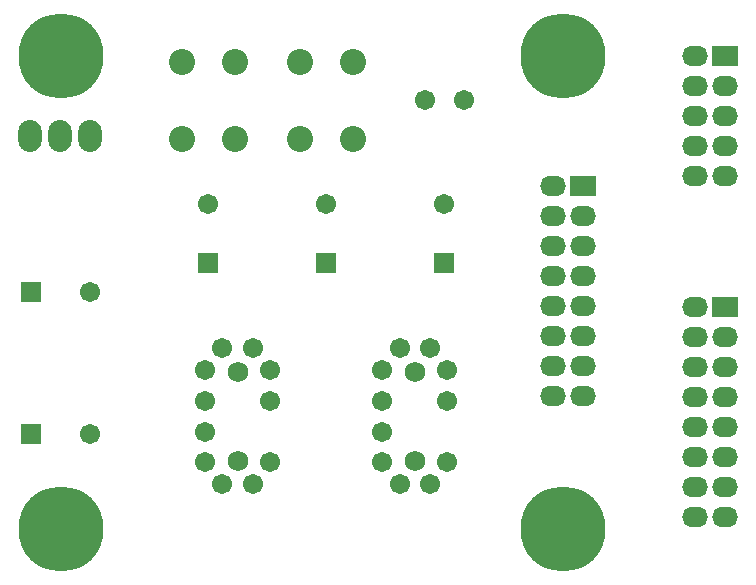
<source format=gbs>
G04 Layer_Color=16711935*
%FSAX43Y43*%
%MOMM*%
G71*
G01*
G75*
%ADD22C,7.203*%
%ADD23C,1.703*%
%ADD24C,1.727*%
%ADD25R,1.703X1.703*%
%ADD26C,2.203*%
%ADD27R,1.703X1.703*%
%ADD28O,2.003X2.703*%
%ADD29O,2.203X1.703*%
%ADD30R,2.203X1.703*%
D22*
X-0060000Y0045000D02*
D03*
Y0005000D02*
D03*
X-0017500Y0045000D02*
D03*
Y0005000D02*
D03*
D23*
X-0025850Y0041250D02*
D03*
X-0029150D02*
D03*
X-0027250Y0015800D02*
D03*
Y0018400D02*
D03*
X-0028700Y0020250D02*
D03*
X-0031300Y0008750D02*
D03*
X-0032750Y0010600D02*
D03*
Y0013200D02*
D03*
X-0027250Y0010600D02*
D03*
X-0028700Y0008750D02*
D03*
X-0031300Y0020250D02*
D03*
X-0032750Y0018400D02*
D03*
Y0015800D02*
D03*
X-0042250D02*
D03*
Y0018400D02*
D03*
X-0043700Y0020250D02*
D03*
X-0046300Y0008750D02*
D03*
X-0047750Y0010600D02*
D03*
Y0013200D02*
D03*
X-0042250Y0010600D02*
D03*
X-0043700Y0008750D02*
D03*
X-0046300Y0020250D02*
D03*
X-0047750Y0018400D02*
D03*
Y0015800D02*
D03*
X-0057500Y0025000D02*
D03*
Y0013000D02*
D03*
X-0047500Y0032500D02*
D03*
X-0037500D02*
D03*
X-0027500D02*
D03*
D24*
X-0030000Y0018250D02*
D03*
Y0010750D02*
D03*
X-0045000Y0018250D02*
D03*
Y0010750D02*
D03*
D25*
X-0062500Y0025000D02*
D03*
Y0013000D02*
D03*
D26*
X-0045250Y0038000D02*
D03*
Y0044500D02*
D03*
X-0049750D02*
D03*
Y0038000D02*
D03*
X-0039750Y0044500D02*
D03*
Y0038000D02*
D03*
X-0035250D02*
D03*
Y0044500D02*
D03*
D27*
X-0047500Y0027500D02*
D03*
X-0037500D02*
D03*
X-0027500D02*
D03*
D28*
X-0057500Y0038250D02*
D03*
X-0062580D02*
D03*
X-0060040D02*
D03*
D29*
X-0015750Y0016220D02*
D03*
X-0018290Y0016220D02*
D03*
Y0018760D02*
D03*
X-0015750D02*
D03*
X-0018290Y0023840D02*
D03*
X-0015750D02*
D03*
X-0018290Y0021300D02*
D03*
X-0015750D02*
D03*
X-0018290Y0026380D02*
D03*
X-0015750D02*
D03*
X-0018290Y0034000D02*
D03*
X-0015750Y0031460D02*
D03*
X-0018290D02*
D03*
X-0015750Y0028920D02*
D03*
X-0018290Y0028920D02*
D03*
X-0003750Y0005970D02*
D03*
X-0006290D02*
D03*
Y0008510D02*
D03*
X-0003750D02*
D03*
X-0006290Y0013590D02*
D03*
X-0003750D02*
D03*
X-0006290Y0011050D02*
D03*
X-0003750D02*
D03*
X-0006290Y0016130D02*
D03*
X-0003750D02*
D03*
X-0006290Y0023750D02*
D03*
X-0003750Y0021210D02*
D03*
X-0006290D02*
D03*
X-0003750Y0018670D02*
D03*
X-0006290D02*
D03*
Y0034840D02*
D03*
X-0003750D02*
D03*
X-0006290Y0037380D02*
D03*
X-0003750D02*
D03*
X-0006290Y0045000D02*
D03*
X-0003750Y0042460D02*
D03*
X-0006290D02*
D03*
X-0003750Y0039920D02*
D03*
X-0006290Y0039920D02*
D03*
D30*
X-0015750Y0034000D02*
D03*
X-0003750Y0023750D02*
D03*
Y0045000D02*
D03*
M02*

</source>
